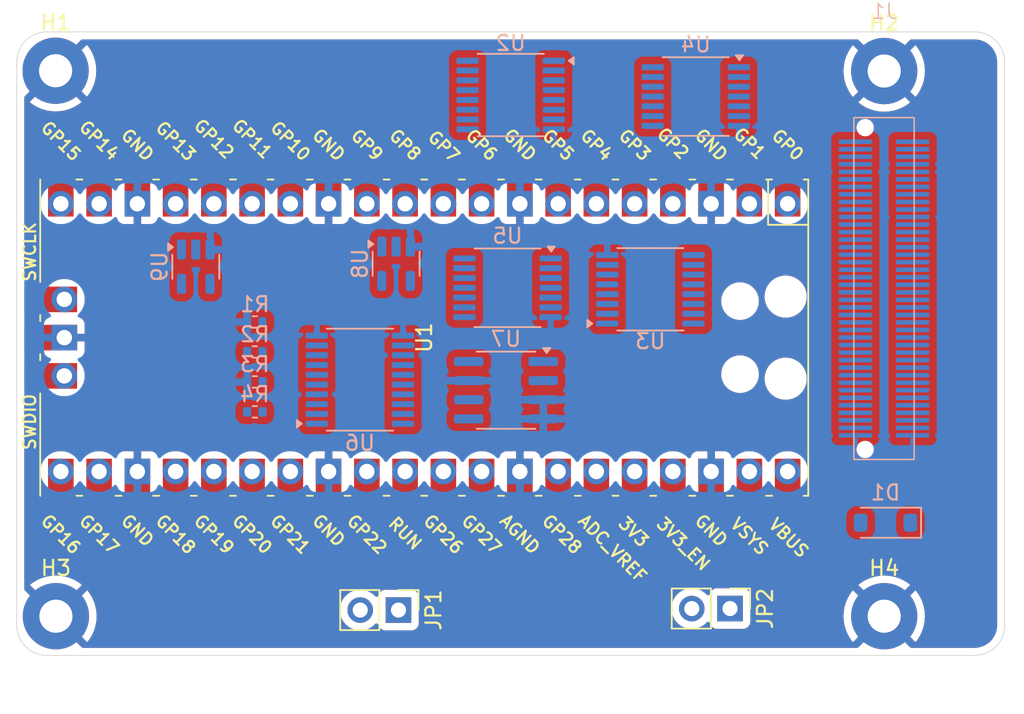
<source format=kicad_pcb>
(kicad_pcb (version 20240108) (generator "pcbnew") (generator_version "8.0")
  (layers (0 "F.Cu" signal) (31 "B.Cu" signal) (34 "B.Paste" user) (35 "F.Paste" user) (36 "B.SilkS" user "B.Silkscreen") (37 "F.SilkS" user "F.Silkscreen") (38 "B.Mask" user) (39 "F.Mask" user) (44 "Edge.Cuts" user))
  (net 0 "")
  (net 1 "GND")
  (net 2 "Net-(JP1-A)")
  (net 3 "RESET")
  (net 4 "+3V3")
  (net 5 "RUN")
  (net 6 "BUSOE")
  (net 7 "~{BUSOE}")
  (net 8 "A0")
  (net 9 "A3")
  (net 10 "AD3")
  (net 11 "ADS")
  (net 12 "AD0")
  (net 13 "AD2")
  (net 14 "D3")
  (net 15 "D1")
  (net 16 "A1")
  (net 17 "AD1")
  (net 18 "D0")
  (net 19 "D2")
  (net 20 "A2")
  (net 21 "A4")
  (net 22 "AD5")
  (net 23 "A5")
  (net 24 "AD6")
  (net 25 "D6")
  (net 26 "AD4")
  (net 27 "A7")
  (net 28 "D7")
  (net 29 "A6")
  (net 30 "D4")
  (net 31 "AD7")
  (net 32 "D5")
  (net 33 "~{RDACK}")
  (net 34 "Net-(U4-Pad4)")
  (net 35 "~{IOR}")
  (net 36 "~{IOW}")
  (net 37 "DACK")
  (net 38 "Net-(U4-Pad12)")
  (net 39 "Net-(U4-Pad6)")
  (net 40 "~{RIOR}")
  (net 41 "~{RIOW}")
  (net 42 "Net-(U5-Pad10)")
  (net 43 "Net-(U5-Pad11)")
  (net 44 "A9")
  (net 45 "A8")
  (net 46 "IRQ")
  (net 47 "RA9")
  (net 48 "RTC")
  (net 49 "RIRQ")
  (net 50 "DRQ")
  (net 52 "RDRQ")
  (net 54 "RA8")
  (net 56 "~{SPI_CS}")
  (net 57 "SPI_SCK")
  (net 58 "SPI_TX")
  (net 59 "SPI_RX")
  (net 60 "AEN")
  (net 61 "~{RI{slash}OCHRDY}")
  (net 62 "I{slash}OCHRDY")
  (net 67 "A15")
  (net 68 "+5V")
  (net 69 "A11")
  (net 70 "D8")
  (net 71 "D13")
  (net 72 "A10")
  (net 73 "A13")
  (net 74 "D9")
  (net 75 "A19")
  (net 76 "A12")
  (net 77 "A18")
  (net 78 "A14")
  (net 79 "A17")
  (net 80 "D15")
  (net 81 "D10")
  (net 82 "D14")
  (net 83 "D11")
  (net 84 "A16")
  (net 85 "D12")
  (net 86 "IRQ9")
  (net 87 "IRQ3")
  (net 88 "IRQ4")
  (net 89 "IRQ10")
  (net 90 "~{MEMR}")
  (net 91 "SYSCLK")
  (net 92 "~{MCS16}")
  (net 93 "OSC")
  (net 94 "GIO7")
  (net 95 "~{MEMW}")
  (net 96 "~{REFSH}")
  (net 97 "IRQ15")
  (net 98 "~{BHE}")
  (net 99 "GIO8")
  (net 100 "~{IOCS16}")
  (net 101 "ALE")
  (net 102 "IRQ11")
  (net 103 "GIO9")
  (net 104 "~{SMEMW}")
  (net 105 "~{SMEMR}")
  (net 106 "GIO5")
  (net 107 "GIO4")
  (net 108 "GIO6")
  (net 109 "GIO3")
  (net 110 "+3.3V")
  (net 111 "DIN")
  (net 112 "LRCK")
  (net 113 "BCK")
  (net 115 "UART_TX")
  (net 117 "/VSYS")
  (net 118 "Net-(JP2-A)")
  (footprint "MountingHole:MountingHole_2.2mm_M2_Pad" (layer "F.Cu") (at 173.013692 117.207099)
    (property "Reference" "H4" (at 0 -3.2 0) (layer "F.SilkS"))
    (property "Value" "~")
    (pad "1" thru_hole circle (at 0 0) (size 4.4 4.4) (drill 2.2) (layers "*.Cu" "*.Mask") (net 1 "GND"))
  )
  (footprint "PiGUS library:RPi_Pico_SMD_TH" (layer "F.Cu") (at 142.47 98.71 -90)
    (property "Reference" "U1" (at 0 0 90) (layer "F.SilkS"))
    (property "Value" "Pico")
    (fp_text user "GP26" (at 13.054 -1.27 135) (layer "F.SilkS") (effects (font (size 0.8 0.8))))
    (fp_text user "GND" (at -12.8 6.35 135) (layer "F.SilkS") (effects (font (size 0.8 0.8))))
    (fp_text user "GND" (at 12.8 19.05 135) (layer "F.SilkS") (effects (font (size 0.8 0.8))))
    (fp_text user "GP6" (at -12.8 -3.81 135) (layer "F.SilkS") (effects (font (size 0.8 0.8))))
    (fp_text user "GND" (at -12.8 -19.05 135) (layer "F.SilkS") (effects (font (size 0.8 0.8))))
    (fp_text user "GP11" (at -13.2 11.43 135) (layer "F.SilkS") (effects (font (size 0.8 0.8))))
    (fp_text user "GP10" (at -13.054 8.89 135) (layer "F.SilkS") (effects (font (size 0.8 0.8))))
    (fp_text user "GP14" (at -13.1 21.59 135) (layer "F.SilkS") (effects (font (size 0.8 0.8))))
    (fp_text user "GP18" (at 13.054 16.51 135) (layer "F.SilkS") (effects (font (size 0.8 0.8))))
    (fp_text user "GND" (at 12.8 6.35 135) (layer "F.SilkS") (effects (font (size 0.8 0.8))))
    (fp_text user "SWDIO" (at 5.6 26.2 90) (layer "F.SilkS") (effects (font (size 0.8 0.8))))
    (fp_text user "3V3_EN" (at 13.7 -17.2 135) (layer "F.SilkS") (effects (font (size 0.8 0.8))))
    (fp_text user "AGND" (at 13.054 -6.35 135) (layer "F.SilkS") (effects (font (size 0.8 0.8))))
    (fp_text user "GP4" (at -12.8 -11.43 135) (layer "F.SilkS") (effects (font (size 0.8 0.8))))
    (fp_text user "GP21" (at 13.054 8.9 135) (layer "F.SilkS") (effects (font (size 0.8 0.8))))
    (fp_text user "GND" (at -12.8 19.05 135) (layer "F.SilkS") (effects (font (size 0.8 0.8))))
    (fp_text user "GP20" (at 13.054 11.43 135) (layer "F.SilkS") (effects (font (size 0.8 0.8))))
    (fp_text user "GP27" (at 13.054 -3.8 135) (layer "F.SilkS") (effects (font (size 0.8 0.8))))
    (fp_text user "GP5" (at -12.8 -8.89 135) (layer "F.SilkS") (effects (font (size 0.8 0.8))))
    (fp_text user "GP22" (at 13.054 3.81 135) (layer "F.SilkS") (effects (font (size 0.8 0.8))))
    (fp_text user "GP28" (at 13.054 -9.144 135) (layer "F.SilkS") (effects (font (size 0.8 0.8))))
    (fp_text user "GP2" (at -12.9 -16.51 135) (layer "F.SilkS") (effects (font (size 0.8 0.8))))
    (fp_text user "GP1" (at -12.9 -21.6 135) (layer "F.SilkS") (effects (font (size 0.8 0.8))))
    (fp_text user "VBUS" (at 13.3 -24.2 135) (layer "F.SilkS") (effects (font (size 0.8 0.8))))
    (fp_text user "GP16" (at 13.054 24.13 135) (layer "F.SilkS") (effects (font (size 0.8 0.8))))
    (fp_text user "GP7" (at -12.7 -1.3 135) (layer "F.SilkS") (effects (font (size 0.8 0.8))))
    (fp_text user "GP3" (at -12.8 -13.97 135) (layer "F.SilkS") (effects (font (size 0.8 0.8))))
    (fp_text user "RUN" (at 13 1.27 135) (layer "F.SilkS") (effects (font (size 0.8 0.8))))
    (fp_text user "GP13" (at -13.054 16.51 135) (layer "F.SilkS") (effects (font (size 0.8 0.8))))
    (fp_text user "GP9" (at -12.8 3.81 135) (layer "F.SilkS") (effects (font (size 0.8 0.8))))
    (fp_text user "GP12" (at -13.2 13.97 135) (layer "F.SilkS") (effects (font (size 0.8 0.8))))
    (fp_text user "GP19" (at 13.054 13.97 135) (layer "F.SilkS") (effects (font (size 0.8 0.8))))
    (fp_text user "VSYS" (at 13.2 -21.59 135) (layer "F.SilkS") (effects (font (size 0.8 0.8))))
    (fp_text user "SWCLK" (at -5.7 26.2 90) (layer "F.SilkS") (effects (font (size 0.8 0.8))))
    (fp_text user "GND" (at -12.8 -6.35 135) (layer "F.SilkS") (effects (font (size 0.8 0.8))))
    (fp_text user "GP15" (at -13.054 24.13 135) (layer "F.SilkS") (effects (font (size 0.8 0.8))))
    (fp_text user "ADC_VREF" (at 14 -12.5 135) (layer "F.SilkS") (effects (font (size 0.8 0.8))))
    (fp_text user "GP8" (at -12.8 1.27 135) (layer "F.SilkS") (effects (font (size 0.8 0.8))))
    (fp_text user "3V3" (at 12.9 -13.9 135) (layer "F.SilkS") (effects (font (size 0.8 0.8))))
    (fp_text user "GP0" (at -12.8 -24.13 135) (layer "F.SilkS") (effects (font (size 0.8 0.8))))
    (fp_text user "GP17" (at 13.054 21.59 135) (layer "F.SilkS") (effects (font (size 0.8 0.8))))
    (fp_text user "GND" (at 12.8 -19.05 135) (layer "F.SilkS") (effects (font (size 0.8 0.8))))
    (pad "" np_thru_hole oval (at -2.725 -24 270) (size 1.8 1.8) (drill 1.8) (layers "*.Cu" "*.Mask"))
    (pad "" np_thru_hole oval (at -2.425 -20.97 270) (size 1.5 1.5) (drill 1.5) (layers "*.Cu" "*.Mask"))
    (pad "" np_thru_hole oval (at 2.425 -20.97 270) (size 1.5 1.5) (drill 1.5) (layers "*.Cu" "*.Mask"))
    (pad "" np_thru_hole oval (at 2.725 -24 270) (size 1.8 1.8) (drill 1.8) (layers "*.Cu" "*.Mask"))
    (pad "1" thru_hole oval (at -8.89 -24.13 270) (size 1.7 1.7) (drill 1.02) (layers "*.Cu" "*.Mask") (net 59 "SPI_RX"))
    (pad "1" smd rect (at -8.89 -24.13 270) (size 3.5 1.7) (drill (offset -0.9 0)) (layers "F.Cu" "F.Mask") (net 59 "SPI_RX"))
    (pad "2" thru_hole oval (at -8.89 -21.59 270) (size 1.7 1.7) (drill 1.02) (layers "*.Cu" "*.Mask") (net 56 "~{SPI_CS}"))
    (pad "2" smd rect (at -8.89 -21.59 270) (size 3.5 1.7) (drill (offset -0.9 0)) (layers "F.Cu" "F.Mask") (net 56 "~{SPI_CS}"))
    (pad "3" thru_hole rect (at -8.89 -19.05 270) (size 1.7 1.7) (drill 1.02) (layers "*.Cu" "*.Mask") (net 1 "GND"))
    (pad "3" smd rect (at -8.89 -19.05 270) (size 3.5 1.7) (drill (offset -0.9 0)) (layers "F.Cu" "F.Mask") (net 1 "GND"))
    (pad "4" thru_hole oval (at -8.89 -16.51 270) (size 1.7 1.7) (drill 1.02) (layers "*.Cu" "*.Mask") (net 57 "SPI_SCK"))
    (pad "4" smd rect (at -8.89 -16.51 270) (size 3.5 1.7) (drill (offset -0.9 0)) (layers "F.Cu" "F.Mask") (net 57 "SPI_SCK"))
    (pad "5" thru_hole oval (at -8.89 -13.97 270) (size 1.7 1.7) (drill 1.02) (layers "*.Cu" "*.Mask") (net 58 "SPI_TX"))
    (pad "5" smd rect (at -8.89 -13.97 270) (size 3.5 1.7) (drill (offset -0.9 0)) (layers "F.Cu" "F.Mask") (net 58 "SPI_TX"))
    (pad "6" thru_hole oval (at -8.89 -11.43 270) (size 1.7 1.7) (drill 1.02) (layers "*.Cu" "*.Mask") (net 41 "~{RIOW}"))
    (pad "6" smd rect (at -8.89 -11.43 270) (size 3.5 1.7) (drill (offset -0.9 0)) (layers "F.Cu" "F.Mask") (net 41 "~{RIOW}"))
    (pad "7" thru_hole oval (at -8.89 -8.89 270) (size 1.7 1.7) (drill 1.02) (layers "*.Cu" "*.Mask") (net 40 "~{RIOR}"))
    (pad "7" smd rect (at -8.89 -8.89 270) (size 3.5 1.7) (drill (offset -0.9 0)) (layers "F.Cu" "F.Mask") (net 40 "~{RIOR}"))
    (pad "8" thru_hole rect (at -8.89 -6.35 270) (size 1.7 1.7) (drill 1.02) (layers "*.Cu" "*.Mask") (net 1 "GND"))
    (pad "8" smd rect (at -8.89 -6.35 270) (size 3.5 1.7) (drill (offset -0.9 0)) (layers "F.Cu" "F.Mask") (net 1 "GND"))
    (pad "9" thru_hole oval (at -8.89 -3.81 270) (size 1.7 1.7) (drill 1.02) (layers "*.Cu" "*.Mask") (net 12 "AD0"))
    (pad "9" smd rect (at -8.89 -3.81 270) (size 3.5 1.7) (drill (offset -0.9 0)) (layers "F.Cu" "F.Mask") (net 12 "AD0"))
    (pad "10" thru_hole oval (at -8.89 -1.27 270) (size 1.7 1.7) (drill 1.02) (layers "*.Cu" "*.Mask") (net 17 "AD1"))
    (pad "10" smd rect (at -8.89 -1.27 270) (size 3.5 1.7) (drill (offset -0.9 0)) (layers "F.Cu" "F.Mask") (net 17 "AD1"))
    (pad "11" thru_hole oval (at -8.89 1.27 270) (size 1.7 1.7) (drill 1.02) (layers "*.Cu" "*.Mask") (net 13 "AD2"))
    (pad "11" smd rect (at -8.89 1.27 270) (size 3.5 1.7) (drill (offset -0.9 0)) (layers "F.Cu" "F.Mask") (net 13 "AD2"))
    (pad "12" thru_hole oval (at -8.89 3.81 270) (size 1.7 1.7) (drill 1.02) (layers "*.Cu" "*.Mask") (net 10 "AD3"))
    (pad "12" smd rect (at -8.89 3.81 270) (size 3.5 1.7) (drill (offset -0.9 0)) (layers "F.Cu" "F.Mask") (net 10 "AD3"))
    (pad "13" thru_hole rect (at -8.89 6.35 270) (size 1.7 1.7) (drill 1.02) (layers "*.Cu" "*.Mask") (net 1 "GND"))
    (pad "13" smd rect (at -8.89 6.35 270) (size 3.5 1.7) (drill (offset -0.9 0)) (layers "F.Cu" "F.Mask") (net 1 "GND"))
    (pad "14" thru_hole oval (at -8.89 8.89 270) (size 1.7 1.7) (drill 1.02) (layers "*.Cu" "*.Mask") (net 26 "AD4"))
    (pad "14" smd rect (at -8.89 8.89 270) (size 3.5 1.7) (drill (offset -0.9 0)) (layers "F.Cu" "F.Mask") (net 26 "AD4"))
    (pad "15" thru_hole oval (at -8.89 11.43 270) (size 1.7 1.7) (drill 1.02) (layers "*.Cu" "*.Mask") (net 22 "AD5"))
    (pad "15" smd rect (at -8.89 11.43 270) (size 3.5 1.7) (drill (offset -0.9 0)) (layers "F.Cu" "F.Mask") (net 22 "AD5"))
    (pad "16" thru_hole oval (at -8.89 13.97 270) (size 1.7 1.7) (drill 1.02) (layers "*.Cu" "*.Mask") (net 24 "AD6"))
    (pad "16" smd rect (at -8.89 13.97 270) (size 3.5 1.7) (drill (offset -0.9 0)) (layers "F.Cu" "F.Mask") (net 24 "AD6"))
    (pad "17" thru_hole oval (at -8.89 16.51 270) (size 1.7 1.7) (drill 1.02) (layers "*.Cu" "*.Mask") (net 31 "AD7"))
    (pad "17" smd rect (at -8.89 16.51 270) (size 3.5 1.7) (drill (offset -0.9 0)) (layers "F.Cu" "F.Mask") (net 31 "AD7"))
    (pad "18" thru_hole rect (at -8.89 19.05 270) (size 1.7 1.7) (drill 1.02) (layers "*.Cu" "*.Mask") (net 1 "GND"))
    (pad "18" smd rect (at -8.89 19.05 270) (size 3.5 1.7) (drill (offset -0.9 0)) (layers "F.Cu" "F.Mask") (net 1 "GND"))
    (pad "19" thru_hole oval (at -8.89 21.59 270) (size 1.7 1.7) (drill 1.02) (layers "*.Cu" "*.Mask") (net 54 "RA8"))
    (pad "19" smd rect (at -8.89 21.59 270) (size 3.5 1.7) (drill (offset -0.9 0)) (layers "F.Cu" "F.Mask") (net 54 "RA8"))
    (pad "20" thru_hole oval (at -8.89 24.13 270) (size 1.7 1.7) (drill 1.02) (layers "*.Cu" "*.Mask") (net 47 "RA9"))
    (pad "20" smd rect (at -8.89 24.13 270) (size 3.5 1.7) (drill (offset -0.9 0)) (layers "F.Cu" "F.Mask") (net 47 "RA9"))
    (pad "21" thru_hole oval (at 8.89 24.13 270) (size 1.7 1.7) (drill 1.02) (layers "*.Cu" "*.Mask") (net 111 "DIN"))
    (pad "21" smd rect (at 8.89 24.13 270) (size 3.5 1.7) (drill (offset 0.9 0)) (layers "F.Cu" "F.Mask") (net 111 "DIN"))
    (pad "22" thru_hole oval (at 8.89 21.59 270) (size 1.7 1.7) (drill 1.02) (layers "*.Cu" "*.Mask") (net 113 "BCK"))
    (pad "22" smd rect (at 8.89 21.59 270) (size 3.5 1.7) (drill (offset 0.9 0)) (layers "F.Cu" "F.Mask") (net 113 "BCK"))
    (pad "23" thru_hole rect (at 8.89 19.05 270) (size 1.7 1.7) (drill 1.02) (layers "*.Cu" "*.Mask") (net 1 "GND"))
    (pad "23" smd rect (at 8.89 19.05 270) (size 3.5 1.7) (drill (offset 0.9 0)) (layers "F.Cu" "F.Mask") (net 1 "GND"))
    (pad "24" thru_hole oval (at 8.89 16.51 270) (size 1.7 1.7) (drill 1.02) (layers "*.Cu" "*.Mask") (net 112 "LRCK"))
    (pad "24" smd rect (at 8.89 16.51 270) (size 3.5 1.7) (drill (offset 0.9 0)) (layers "F.Cu" "F.Mask") (net 112 "LRCK"))
    (pad "25" thru_hole oval (at 8.89 13.97 270) (size 1.7 1.7) (drill 1.02) (layers "*.Cu" "*.Mask") (net 33 "~{RDACK}"))
    (pad "25" smd rect (at 8.89 13.97 270) (size 3.5 1.7) (drill (offset 0.9 0)) (layers "F.Cu" "F.Mask") (net 33 "~{RDACK}"))
    (pad "26" thru_hole oval (at 8.89 11.43 270) (size 1.7 1.7) (drill 1.02) (layers "*.Cu" "*.Mask") (net 48 "RTC"))
    (pad "26" smd rect (at 8.89 11.43 270) (size 3.5 1.7) (drill (offset 0.9 0)) (layers "F.Cu" "F.Mask") (net 48 "RTC"))
    (pad "27" thru_hole oval (at 8.89 8.89 270) (size 1.7 1.7) (drill 1.02) (layers "*.Cu" "*.Mask") (net 49 "RIRQ"))
    (pad "27" smd rect (at 8.89 8.89 270) (size 3.5 1.7) (drill (offset 0.9 0)) (layers "F.Cu" "F.Mask") (net 49 "RIRQ"))
    (pad "28" thru_hole rect (at 8.89 6.35 270) (size 1.7 1.7) (drill 1.02) (layers "*.Cu" "*.Mask") (net 1 "GND"))
    (pad "28" smd rect (at 8.89 6.35 270) (size 3.5 1.7) (drill (offset 0.9 0)) (layers "F.Cu" "F.Mask") (net 1 "GND"))
    (pad "29" thru_hole oval (at 8.89 3.81 270) (size 1.7 1.7) (drill 1.02) (layers "*.Cu" "*.Mask") (net 52 "RDRQ"))
    (pad "29" smd rect (at 8.89 3.81 270) (size 3.5 1.7) (drill (offset 0.9 0)) (layers "F.Cu" "F.Mask") (net 52 "RDRQ"))
    (pad "30" thru_hole oval (at 8.89 1.27 270) (size 1.7 1.7) (drill 1.02) (layers "*.Cu" "*.Mask") (net 5 "RUN"))
    (pad "30" smd rect (at 8.89 1.27 270) (size 3.5 1.7) (drill (offset 0.9 0)) (layers "F.Cu" "F.Mask") (net 5 "RUN"))
    (pad "31" thru_hole oval (at 8.89 -1.27 270) (size 1.7 1.7) (drill 1.02) (layers "*.Cu" "*.Mask") (net 61 "~{RI{slash}OCHRDY}"))
    (pad "31" smd rect (at 8.89 -1.27 270) (size 3.5 1.7) (drill (offset 0.9 0)) (layers "F.Cu" "F.Mask") (net 61 "~{RI{slash}OCHRDY}"))
    (pad "32" thru_hole oval (at 8.89 -3.81 270) (size 1.7 1.7) (drill 1.02) (layers "*.Cu" "*.Mask") (net 11 "ADS"))
    (pad "32" smd rect (at 8.89 -3.81 270) (size 3.5 1.7) (drill (offset 0.9 0)) (layers "F.Cu" "F.Mask") (net 11 "ADS"))
    (pad "33" thru_hole rect (at 8.89 -6.35 270) (size 1.7 1.7) (drill 1.02) (layers "*.Cu" "*.Mask") (net 1 "GND"))
    (pad "33" smd rect (at 8.89 -6.35 270) (size 3.5 1.7) (drill (offset 0.9 0)) (layers "F.Cu" "F.Mask") (net 1 "GND"))
    (pad "34" thru_hole oval (at 8.89 -8.89 270) (size 1.7 1.7) (drill 1.02) (layers "*.Cu" "*.Mask") (net 115 "UART_TX"))
    (pad "34" smd rect (at 8.89 -8.89 270) (size 3.5 1.7) (drill (offset 0.9 0)) (layers "F.Cu" "F.Mask") (net 115 "UART_TX"))
    (pad "35" thru_hole oval (at 8.89 -11.43 270) (size 1.7 1.7) (drill 1.02) (layers "*.Cu" "*.Mask"))
    (pad "35" smd rect (at 8.89 -11.43 270) (size 3.5 1.7) (drill (offset 0.9 0)) (layers "F.Cu" "F.Mask"))
    (pad "36" thru_hole oval (at 8.89 -13.97 270) (size 1.7 1.7) (drill 1.02) (layers "*.Cu" "*.Mask") (net 110 "+3.3V"))
    (pad "36" smd rect (at 8.89 -13.97 270) (size 3.5 1.7) (drill (offset 0.9 0)) (layers "F.Cu" "F.Mask") (net 110 "+3.3V"))
    (pad "37" thru_hole oval (at 8.89 -16.51 270) (size 1.7 1.7) (drill 1.02) (layers "*.Cu" "*.Mask"))
    (pad "37" smd rect (at 8.89 -16.51 270) (size 3.5 1.7) (drill (offset 0.9 0)) (layers "F.Cu" "F.Mask"))
    (pad "38" thru_hole rect (at 8.89 -19.05 270) (size 1.7 1.7) (drill 1.02) (layers "*.Cu" "*.Mask") (net 1 "GND"))
    (pad "38" smd rect (at 8.89 -19.05 270) (size 3.5 1.7) (drill (offset 0.9 0)) (layers "F.Cu" "F.Mask") (net 1 "GND"))
    (pad "39" thru_hole oval (at 8.89 -21.59 270) (size 1.7 1.7) (drill 1.02) (layers "*.Cu" "*.Mask") (net 117 "/VSYS"))
    (pad "39" smd rect (at 8.89 -21.59 270) (size 3.5 1.7) (drill (offset 0.9 0)) (layers "F.Cu" "F.Mask") (net 117 "/VSYS"))
    (pad "40" thru_hole oval (at 8.89 -24.13 270) (size 1.7 1.7) (drill 1.02) (layers "*.Cu" "*.Mask") (net 118 "Net-(JP2-A)"))
    (pad "40" smd rect (at 8.89 -24.13 270) (size 3.5 1.7) (drill (offset 0.9 0)) (layers "F.Cu" "F.Mask") (net 118 "Net-(JP2-A)"))
    (pad "41" thru_hole oval (at -2.54 23.9 270) (size 1.7 1.7) (drill 1.02) (layers "*.Cu" "*.Mask"))
    (pad "41" smd rect (at -2.54 23.9) (size 3.5 1.7) (drill (offset -0.9 0)) (layers "F.Cu" "F.Mask"))
    (pad "42" thru_hole rect (at 0 23.9 270) (size 1.7 1.7) (drill 1.02) (layers "*.Cu" "*.Mask") (net 1 "GND"))
    (pad "42" smd rect (at 0 23.9) (size 3.5 1.7) (drill (offset -0.9 0)) (layers "F.Cu" "F.Mask") (net 1 "GND"))
    (pad "43" thru_hole oval (at 2.54 23.9 270) (size 1.7 1.7) (drill 1.02) (layers "*.Cu" "*.Mask"))
    (pad "43" smd rect (at 2.54 23.9) (size 3.5 1.7) (drill (offset -0.9 0)) (layers "F.Cu" "F.Mask"))
  )
  (footprint "MountingHole:MountingHole_2.2mm_M2_Pad" (layer "F.Cu") (at 173.013692 81.007099)
    (property "Reference" "H2" (at 0 -3.2 0) (layer "F.SilkS"))
    (property "Value" "~")
    (pad "1" thru_hole circle (at 0 0) (size 4.4 4.4) (drill 2.2) (layers "*.Cu" "*.Mask") (net 1 "GND"))
  )
  (footprint "Connector_PinHeader_2.54mm:PinHeader_1x02_P2.54mm_Vertical" (layer "F.Cu") (at 140.76 116.8 -90)
    (property "Reference" "JP1" (at 0 -2.33 90) (layer "F.SilkS"))
    (property "Value" "Jumper_2_Bridged")
    (pad "1" thru_hole rect (at 0 0 270) (size 1.7 1.7) (drill 1) (layers "*.Cu" "*.Mask") (net 2 "Net-(JP1-A)"))
    (pad "2" thru_hole oval (at 0 2.54 270) (size 1.7 1.7) (drill 1) (layers "*.Cu" "*.Mask") (net 3 "RESET"))
  )
  (footprint "MountingHole:MountingHole_2.2mm_M2_Pad" (layer "F.Cu") (at 118.013692 117.207099)
    (property "Reference" "H3" (at 0 -3.2 0) (layer "F.SilkS"))
    (property "Value" "~")
    (pad "1" thru_hole circle (at 0 0) (size 4.4 4.4) (drill 2.2) (layers "*.Cu" "*.Mask") (net 1 "GND"))
  )
  (footprint "Connector_PinHeader_2.54mm:PinHeader_1x02_P2.54mm_Vertical" (layer "F.Cu") (at 162.775 116.7 -90)
    (property "Reference" "JP2" (at 0 -2.33 90) (layer "F.SilkS"))
    (property "Value" "USB Power")
    (pad "1" thru_hole rect (at 0 0 270) (size 1.7 1.7) (drill 1) (layers "*.Cu" "*.Mask") (net 118 "Net-(JP2-A)"))
    (pad "2" thru_hole oval (at 0 2.54 270) (size 1.7 1.7) (drill 1) (layers "*.Cu" "*.Mask") (net 117 "/VSYS"))
  )
  (footprint "MountingHole:MountingHole_2.2mm_M2_Pad" (layer "F.Cu") (at 117.992127 80.986168)
    (property "Reference" "H1" (at 0 -3.2 0) (layer "F.SilkS"))
    (property "Value" "~")
    (pad "1" thru_hole circle (at 0 0) (size 4.4 4.4) (drill 2.2) (layers "*.Cu" "*.Mask") (net 1 "GND"))
  )
  (footprint "Package_SO:TSSOP-16_4.4x5mm_P0.65mm" (layer "B.Cu") (at 148.2125 82.6 180)
    (property "Reference" "U2" (at 0 3.45 180) (layer "B.SilkS") (effects (justify mirror)))
    (property "Value" "SN74CB3T3257")
    (pad "1" smd roundrect (at -2.8625 2.275 180) (size 1.475 0.4) (layers "B.Cu" "B.Paste" "B.Mask") (net 11 "ADS"))
    (pad "2" smd roundrect (at -2.8625 1.625 180) (size 1.475 0.4) (layers "B.Cu" "B.Paste" "B.Mask") (net 8 "A0"))
    (pad "3" smd roundrect (at -2.8625 0.975 180) (size 1.475 0.4) (layers "B.Cu" "B.Paste" "B.Mask") (net 18 "D0"))
    (pad "4" smd roundrect (at -2.8625 0.325 180) (size 1.475 0.4) (layers "B.Cu" "B.Paste" "B.Mask") (net 12 "AD0"))
    (pad "5" smd roundrect (at -2.8625 -0.325 180) (size 1.475 0.4) (layers "B.Cu" "B.Paste" "B.Mask") (net 16 "A1"))
    (pad "6" smd roundrect (at -2.8625 -0.975 180) (size 1.475 0.4) (layers "B.Cu" "B.Paste" "B.Mask") (net 15 "D1"))
    (pad "7" smd roundrect (at -2.8625 -1.625 180) (size 1.475 0.4) (layers "B.Cu" "B.Paste" "B.Mask") (net 17 "AD1"))
    (pad "8" smd roundrect (at -2.8625 -2.275 180) (size 1.475 0.4) (layers "B.Cu" "B.Paste" "B.Mask") (net 1 "GND"))
    (pad "9" smd roundrect (at 2.8625 -2.275 180) (size 1.475 0.4) (layers "B.Cu" "B.Paste" "B.Mask") (net 10 "AD3"))
    (pad "10" smd roundrect (at 2.8625 -1.625 180) (size 1.475 0.4) (layers "B.Cu" "B.Paste" "B.Mask") (net 14 "D3"))
    (pad "11" smd roundrect (at 2.8625 -0.975 180) (size 1.475 0.4) (layers "B.Cu" "B.Paste" "B.Mask") (net 9 "A3"))
    (pad "12" smd roundrect (at 2.8625 -0.325 180) (size 1.475 0.4) (layers "B.Cu" "B.Paste" "B.Mask") (net 13 "AD2"))
    (pad "13" smd roundrect (at 2.8625 0.325 180) (size 1.475 0.4) (layers "B.Cu" "B.Paste" "B.Mask") (net 19 "D2"))
    (pad "14" smd roundrect (at 2.8625 0.975 180) (size 1.475 0.4) (layers "B.Cu" "B.Paste" "B.Mask") (net 20 "A2"))
    (pad "15" smd roundrect (at 2.8625 1.625 180) (size 1.475 0.4) (layers "B.Cu" "B.Paste" "B.Mask") (net 7 "~{BUSOE}"))
    (pad "16" smd roundrect (at 2.8625 2.275 180) (size 1.475 0.4) (layers "B.Cu" "B.Paste" "B.Mask") (net 4 "+3V3"))
  )
  (footprint "Resistor_SMD:R_0402_1005Metric" (layer "B.Cu") (at 131.22 99.66 180)
    (property "Reference" "R2" (at 0 1.17 180) (layer "B.SilkS") (effects (justify mirror)))
    (property "Value" "1K")
    (pad "1" smd roundrect (at -0.51 0 180) (size 0.54 0.64) (layers "B.Cu" "B.Paste" "B.Mask") (net 5 "RUN"))
    (pad "2" smd roundrect (at 0.51 0 180) (size 0.54 0.64) (layers "B.Cu" "B.Paste" "B.Mask") (net 4 "+3V3"))
  )
  (footprint "Diode_SMD:D_SOD-123" (layer "B.Cu") (at 173.1 111 180)
    (property "Reference" "D1" (at 0 2 180) (layer "B.SilkS") (effects (justify mirror)))
    (property "Value" "1A 20V Schottky")
    (pad "1" smd roundrect (at -1.65 0 180) (size 0.9 1.2) (layers "B.Cu" "B.Paste" "B.Mask") (net 117 "/VSYS"))
    (pad "2" smd roundrect (at 1.65 0 180) (size 0.9 1.2) (layers "B.Cu" "B.Paste" "B.Mask") (net 68 "+5V"))
  )
  (footprint "Resistor_SMD:R_0402_1005Metric" (layer "B.Cu") (at 131.22 97.67 180)
    (property "Reference" "R1" (at 0 1.17 180) (layer "B.SilkS") (effects (justify mirror)))
    (property "Value" "10K")
    (pad "1" smd roundrect (at -0.51 0 180) (size 0.54 0.64) (layers "B.Cu" "B.Paste" "B.Mask") (net 2 "Net-(JP1-A)"))
    (pad "2" smd roundrect (at 0.51 0 180) (size 0.54 0.64) (layers "B.Cu" "B.Paste" "B.Mask") (net 1 "GND"))
  )
  (footprint "Package_SO:TSSOP-16_4.4x5mm_P0.65mm" (layer "B.Cu") (at 157.4875 95.5)
    (property "Reference" "U3" (at 0 3.45 360) (layer "B.SilkS") (effects (justify mirror)))
    (property "Value" "SN74CB3T3257")
    (pad "1" smd roundrect (at -2.8625 2.275) (size 1.475 0.4) (layers "B.Cu" "B.Paste" "B.Mask") (net 11 "ADS"))
    (pad "2" smd roundrect (at -2.8625 1.625) (size 1.475 0.4) (layers "B.Cu" "B.Paste" "B.Mask") (net 21 "A4"))
    (pad "3" smd roundrect (at -2.8625 0.975) (size 1.475 0.4) (layers "B.Cu" "B.Paste" "B.Mask") (net 30 "D4"))
    (pad "4" smd roundrect (at -2.8625 0.325) (size 1.475 0.4) (layers "B.Cu" "B.Paste" "B.Mask") (net 26 "AD4"))
    (pad "5" smd roundrect (at -2.8625 -0.325) (size 1.475 0.4) (layers "B.Cu" "B.Paste" "B.Mask") (net 23 "A5"))
    (pad "6" smd roundrect (at -2.8625 -0.975) (size 1.475 0.4) (layers "B.Cu" "B.Paste" "B.Mask") (net 32 "D5"))
    (pad "7" smd roundrect (at -2.8625 -1.625) (size 1.475 0.4) (layers "B.Cu" "B.Paste" "B.Mask") (net 22 "AD5"))
    (pad "8" smd roundrect (at -2.8625 -2.275) (size 1.475 0.4) (layers "B.Cu" "B.Paste" "B.Mask") (net 1 "GND"))
    (pad "9" smd roundrect (at 2.8625 -2.275) (size 1.475 0.4) (layers "B.Cu" "B.Paste" "B.Mask") (net 31 "AD7"))
    (pad "10" smd roundrect (at 2.8625 -1.625) (size 1.475 0.4) (layers "B.Cu" "B.Paste" "B.Mask") (net 28 "D7"))
    (pad "11" smd roundrect (at 2.8625 -0.975) (size 1.475 0.4) (layers "B.Cu" "B.Paste" "B.Mask") (net 27 "A7"))
    (pad "12" smd roundrect (at 2.8625 -0.325) (size 1.475 0.4) (layers "B.Cu" "B.Paste" "B.Mask") (net 24 "AD6"))
    (pad "13" smd roundrect (at 2.8625 0.325) (size 1.475 0.4) (layers "B.Cu" "B.Paste" "B.Mask") (net 25 "D6"))
    (pad "14" smd roundrect (at 2.8625 0.975) (size 1.475 0.4) (layers "B.Cu" "B.Paste" "B.Mask") (net 29 "A6"))
    (pad "15" smd roundrect (at 2.8625 1.625) (size 1.475 0.4) (layers "B.Cu" "B.Paste" "B.Mask") (net 7 "~{BUSOE}"))
    (pad "16" smd roundrect (at 2.8625 2.275) (size 1.475 0.4) (layers "B.Cu" "B.Paste" "B.Mask") (net 4 "+3V3"))
  )
  (footprint "Resistor_SMD:R_0402_1005Metric" (layer "B.Cu") (at 131.22 103.64 180)
    (property "Reference" "R4" (at 0 1.17 180) (layer "B.SilkS") (effects (justify mirror)))
    (property "Value" "10K")
    (pad "1" smd roundrect (at -0.51 0 180) (size 0.54 0.64) (layers "B.Cu" "B.Paste" "B.Mask") (net 4 "+3V3"))
    (pad "2" smd roundrect (at 0.51 0 180) (size 0.54 0.64) (layers "B.Cu" "B.Paste" "B.Mask") (net 7 "~{BUSOE}"))
  )
  (footprint "Package_SO:TSSOP-14_4.4x5mm_P0.65mm" (layer "B.Cu") (at 160.5 82.7 180)
    (property "Reference" "U4" (at 0 3.45 180) (layer "B.SilkS") (effects (justify mirror)))
    (property "Value" "74AHC14")
    (pad "1" smd roundrect (at -2.8625 1.95 180) (size 1.475 0.4) (layers "B.Cu" "B.Paste" "B.Mask") (net 6 "BUSOE"))
    (pad "2" smd roundrect (at -2.8625 1.3 180) (size 1.475 0.4) (layers "B.Cu" "B.Paste" "B.Mask") (net 7 "~{BUSOE}"))
    (pad "3" smd roundrect (at -2.8625 0.65 180) (size 1.475 0.4) (layers "B.Cu" "B.Paste" "B.Mask") (net 35 "~{IOR}"))
    (pad "4" smd roundrect (at -2.8625 0 180) (size 1.475 0.4) (layers "B.Cu" "B.Paste" "B.Mask") (net 34 "Net-(U4-Pad4)"))
    (pad "5" smd roundrect (at -2.8625 -0.65 180) (size 1.475 0.4) (layers "B.Cu" "B.Paste" "B.Mask") (net 36 "~{IOW}"))
    (pad "6" smd roundrect (at -2.8625 -1.3 180) (size 1.475 0.4) (layers "B.Cu" "B.Paste" "B.Mask") (net 39 "Net-(U4-Pad6)"))
    (pad "7" smd roundrect (at -2.8625 -1.95 180) (size 1.475 0.4) (layers "B.Cu" "B.Paste" "B.Mask") (net 1 "GND"))
    (pad "8" smd roundrect (at 2.8625 -1.95 180) (size 1.475 0.4) (layers "B.Cu" "B.Paste" "B.Mask") (net 5 "RUN"))
    (pad "9" smd roundrect (at 2.8625 -1.3 180) (size 1.475 0.4) (layers "B.Cu" "B.Paste" "B.Mask") (net 2 "Net-(JP1-A)"))
    (pad "10" smd roundrect (at 2.8625 -0.65 180) (size 1.475 0.4) (layers "B.Cu" "B.Paste" "B.Mask") (net 33 "~{RDACK}"))
    (pad "11" smd roundrect (at 2.8625 0 180) (size 1.475 0.4) (layers "B.Cu" "B.Paste" "B.Mask") (net 37 "DACK"))
    (pad "12" smd roundrect (at 2.8625 0.65 180) (size 1.475 0.4) (layers "B.Cu" "B.Paste" "B.Mask") (net 38 "Net-(U4-Pad12)"))
    (pad "13" smd roundrect (at 2.8625 1.3 180) (size 1.475 0.4) (layers "B.Cu" "B.Paste" "B.Mask") (net 11 "ADS"))
    (pad "14" smd roundrect (at 2.8625 1.95 180) (size 1.475 0.4) (layers "B.Cu" "B.Paste" "B.Mask") (net 4 "+3V3"))
  )
  (footprint "Library:XKB Male 80P 0.5P" (layer "B.Cu") (at 175 84.2 180)
    (property "Reference" "J1" (at 2 7.15 0) (layer "B.SilkS") (effects (font (thickness 0.1)) (justify mirror)))
    (property "Value" "Conn_02x40_Odd_Even")
    (pad "" np_thru_hole circle (at 3.25 -21.94 180) (size 0.65 0.65) (drill 0.65) (layers "F&B.Cu" "*.Mask"))
    (pad "" np_thru_hole circle (at 3.25 -0.56 180) (size 0.65 0.65) (drill 0.65) (layers "F&B.Cu" "*.Mask"))
    (pad "1" smd rect (at 3.9 -21 180) (size 2.2 0.3) (layers "B.Cu" "B.Paste" "B.Mask") (net 1 "GND"))
    (pad "2" smd rect (at 0.1 -21 180) (size 2.2 0.3) (layers "B.Cu" "B.Paste" "B.Mask") (net 1 "GND"))
    (pad "3" smd rect (at 3.9 -20.5 180) (size 2.2 0.3) (layers "B.Cu" "B.Paste" "B.Mask") (net 80 "D15"))
    (pad "4" smd rect (at 0.1 -20.5 180) (size 2.2 0.3) (layers "B.Cu" "B.Paste" "B.Mask") (net 28 "D7"))
    (pad "5" smd rect (at 3.9 -20 180) (size 2.2 0.3) (layers "B.Cu" "B.Paste" "B.Mask") (net 82 "D14"))
    (pad "6" smd rect (at 0.1 -20 180) (size 2.2 0.3) (layers "B.Cu" "B.Paste" "B.Mask") (net 25 "D6"))
    (pad "7" smd rect (at 3.9 -19.5 180) (size 2.2 0.3) (layers "B.Cu" "B.Paste" "B.Mask") (net 71 "D13"))
    (pad "8" smd rect (at 0.1 -19.5 180) (size 2.2 0.3) (layers "B.Cu" "B.Paste" "B.Mask") (net 32 "D5"))
    (pad "9" smd rect (at 3.9 -19 180) (size 2.2 0.3) (layers "B.Cu" "B.Paste" "B.Mask") (net 85 "D12"))
    (pad "10" smd rect (at 0.1 -19 180) (size 2.2 0.3) (layers "B.Cu" "B.Paste" "B.Mask") (net 30 "D4"))
    (pad "11" smd rect (at 3.9 -18.5 180) (size 2.2 0.3) (layers "B.Cu" "B.Paste" "B.Mask") (net 83 "D11"))
    (pad "12" smd rect (at 0.1 -18.5 180) (size 2.2 0.3) (layers "B.Cu" "B.Paste" "B.Mask") (net 14 "D3"))
    (pad "13" smd rect (at 3.9 -18 180) (size 2.2 0.3) (layers "B.Cu" "B.Paste" "B.Mask") (net 81 "D10"))
    (pad "14" smd rect (at 0.1 -18 180) (size 2.2 0.3) (layers "B.Cu" "B.Paste" "B.Mask") (net 19 "D2"))
    (pad "15" smd rect (at 3.9 -17.5 180) (size 2.2 0.3) (layers "B.Cu" "B.Paste" "B.Mask") (net 74 "D9"))
    (pad "16" smd rect (at 0.1 -17.5 180) (size 2.2 0.3) (layers "B.Cu" "B.Paste" "B.Mask") (net 15 "D1"))
    (pad "17" smd rect (at 3.9 -17 180) (size 2.2 0.3) (layers "B.Cu" "B.Paste" "B.Mask") (net 70 "D8"))
    (pad "18" smd rect (at 0.1 -17 180) (size 2.2 0.3) (layers "B.Cu" "B.Paste" "B.Mask") (net 18 "D0"))
    (pad "19" smd rect (at 3.9 -16.5 180) (size 2.2 0.3) (layers "B.Cu" "B.Paste" "B.Mask") (net 86 "IRQ9"))
    (pad "20" smd rect (at 0.1 -16.5 180) (size 2.2 0.3) (layers "B.Cu" "B.Paste" "B.Mask") (net 75 "A19"))
    (pad "21" smd rect (at 3.9 -16 180) (size 2.2 0.3) (layers "B.Cu" "B.Paste" "B.Mask") (net 87 "IRQ3"))
    (pad "22" smd rect (at 0.1 -16 180) (size 2.2 0.3) (layers "B.Cu" "B.Paste" "B.Mask") (net 77 "A18"))
    (pad "23" smd rect (at 3.9 -15.5 180) (size 2.2 0.3) (layers "B.Cu" "B.Paste" "B.Mask") (net 88 "IRQ4"))
    (pad "24" smd rect (at 0.1 -15.5 180) (size 2.2 0.3) (layers "B.Cu" "B.Paste" "B.Mask") (net 79 "A17"))
    (pad "25" smd rect (at 3.9 -15 180) (size 2.2 0.3) (layers "B.Cu" "B.Paste" "B.Mask") (net 46 "IRQ"))
    (pad "26" smd rect (at 0.1 -15 180) (size 2.2 0.3) (layers "B.Cu" "B.Paste" "B.Mask") (net 84 "A16"))
    (pad "27" smd rect (at 3.9 -14.5 180) (size 2.2 0.3) (layers "B.Cu" "B.Paste" "B.Mask") (net 89 "IRQ10"))
    (pad "28" smd rect (at 0.1 -14.5 180) (size 2.2 0.3) (layers "B.Cu" "B.Paste" "B.Mask") (net 67 "A15"))
    (pad "29" smd rect (at 3.9 -14 180) (size 2.2 0.3) (layers "B.Cu" "B.Paste" "B.Mask") (net 102 "IRQ11"))
    (pad "30" smd rect (at 0.1 -14 180) (size 2.2 0.3) (layers "B.Cu" "B.Paste" "B.Mask") (net 78 "A14"))
    (pad "31" smd rect (at 3.9 -13.5 180) (size 2.2 0.3) (layers "B.Cu" "B.Paste" "B.Mask") (net 97 "IRQ15"))
    (pad "32" smd rect (at 0.1 -13.5 180) (size 2.2 0.3) (layers "B.Cu" "B.Paste" "B.Mask") (net 73 "A13"))
    (pad "33" smd rect (at 3.9 -13 180) (size 2.2 0.3) (layers "B.Cu" "B.Paste" "B.Mask") (net 100 "~{IOCS16}"))
    (pad "34" smd rect (at 0.1 -13 180) (size 2.2 0.3) (layers "B.Cu" "B.Paste" "B.Mask") (net 76 "A12"))
    (pad "35" smd rect (at 3.9 -12.5 180) (size 2.2 0.3) (layers "B.Cu" "B.Paste" "B.Mask") (net 92 "~{MCS16}"))
    (pad "36" smd rect (at 0.1 -12.5 180) (size 2.2 0.3) (layers "B.Cu" "B.Paste" "B.Mask") (net 69 "A11"))
    (pad "37" smd rect (at 3.9 -12 180) (size 2.2 0.3) (layers "B.Cu" "B.Paste" "B.Mask") (net 95 "~{MEMW}"))
    (pad "38" smd rect (at 0.1 -12 180) (size 2.2 0.3) (layers "B.Cu" "B.Paste" "B.Mask") (net 72 "A10"))
    (pad "39" smd rect (at 3.9 -11.5 180) (size 2.2 0.3) (layers "B.Cu" "B.Paste" "B.Mask") (net 90 "~{MEMR}"))
    (pad "40" smd rect (at 0.1 -11.5 180) (size 2.2 0.3) (layers "B.Cu" "B.Paste" "B.Mask") (net 44 "A9"))
    (pad "41" smd rect (at 3.9 -11 180) (size 2.2 0.3) (layers "B.Cu" "B.Paste" "B.Mask") (net 98 "~{BHE}"))
    (pad "42" smd rect (at 0.1 -11 180) (size 2.2 0.3) (layers "B.Cu" "B.Paste" "B.Mask") (net 45 "A8"))
    (pad "43" smd rect (at 3.9 -10.5 180) (size 2.2 0.3) (layers "B.Cu" "B.Paste" "B.Mask") (net 60 "AEN"))
    (pad "44" smd rect (at 0.1 -10.5 180) (size 2.2 0.3) (layers "B.Cu" "B.Paste" "B.Mask") (net 27 "A7"))
    (pad "45" smd rect (at 3.9 -10 180) (size 2.2 0.3) (layers "B.Cu" "B.Paste" "B.Mask") (net 62 "I{slash}OCHRDY"))
    (pad "46" smd rect (at 0.1 -10 180) (size 2.2 0.3) (layers "B.Cu" "B.Paste" "B.Mask") (net 29 "A6"))
    (pad "47" smd rect (at 3.9 -9.5 180) (size 2.2 0.3) (layers "B.Cu" "B.Paste" "B.Mask") (net 93 "OSC"))
    (pad "48" smd rect (at 0.1 -9.5 180) (size 2.2 0.3) (layers "B.Cu" "B.Paste" "B.Mask") (net 23 "A5"))
    (pad "49" smd rect (at 3.9 -9 180) (size 2.2 0.3) (layers "B.Cu" "B.Paste" "B.Mask") (net 101 "ALE"))
    (pad "50" smd rect (at 0.1 -9 180) (size 2.2 0.3) (layers "B.Cu" "B.Paste" "B.Mask") (net 21 "A4"))
    (pad "51" smd rect (at 3.9 -8.5 180) (size 2.2 0.3) (layers "B.Cu" "B.Paste" "B.Mask") (net 91 "SYSCLK"))
    (pad "52" smd rect (at 0.1 -8.5 180) (size 2.2 0.3) (layers "B.Cu" "B.Paste" "B.Mask") (net 9 "A3"))
    (pad "53" smd rect (at 3.9 -8 180) (size 2.2 0.3) (layers "B.Cu" "B.Paste" "B.Mask") (net 96 "~{REFSH}"))
    (pad "54" smd rect (at 0.1 -8 180) (size 2.2 0.3) (layers "B.Cu" "B.Paste" "B.Mask") (net 20 "A2"))
    (pad "55" smd rect (at 3.9 -7.5 180) (size 2.2 0.3) (layers "B.Cu" "B.Paste" "B.Mask") (net 35 "~{IOR}"))
    (pad "56" smd rect (at 0.1 -7.5 180) (size 2.2 0.3) (layers "B.Cu" "B.Paste" "B.Mask") (net 16 "A1"))
    (pad "57" smd rect (at 3.9 -7 180) (size 2.2 0.3) (layers "B.Cu" "B.Paste" "B.Mask") (net 36 "~{IOW}"))
    (pad "58" smd rect (at 0.1 -7 180) (size 2.2 0.3) (layers "B.Cu" "B.Paste" "B.Mask") (net 8 "A0"))
    (pad "59" smd rect (at 3.9 -6.5 180) (size 2.2 0.3) (layers "B.Cu" "B.Paste" "B.Mask") (net 105 "~{SMEMR}"))
    (pad "60" smd rect (at 0.1 -6.5 180) (size 2.2 0.3) (layers "B.Cu" "B.Paste" "B.Mask") (net 1 "GND"))
    (pad "61" smd rect (at 3.9 -6 180) (size 2.2 0.3) (layers "B.Cu" "B.Paste" "B.Mask") (net 104 "~{SMEMW}"))
    (pad "62" smd rect (at 0.1 -6 180) (size 2.2 0.3) (layers "B.Cu" "B.Paste" "B.Mask") (net 103 "GIO9"))
    (pad "63" smd rect (at 3.9 -5.5 180) (size 2.2 0.3) (layers "B.Cu" "B.Paste" "B.Mask") (net 3 "RESET"))
    (pad "64" smd rect (at 0.1 -5.5 180) (size 2.2 0.3) (layers "B.Cu" "B.Paste" "B.Mask") (net 99 "GIO8"))
    (pad "65" smd rect (at 3.9 -5 180) (size 2.2 0.3) (layers "B.Cu" "B.Paste" "B.Mask") (net 68 "+5V"))
    (pad "66" smd rect (at 0.1 -5 180) (size 2.2 0.3) (layers "B.Cu" "B.Paste" "B.Mask") (net 68 "+5V"))
    (pad "67" smd rect (at 3.9 -4.5 180) (size 2.2 0.3) (layers "B.Cu" "B.Paste" "B.Mask") (net 68 "+5V"))
    (pad "68" smd rect (at 0.1 -4.5 180) (size 2.2 0.3) (layers "B.Cu" "B.Paste" "B.Mask") (net 68 "+5V"))
    (pad "69" smd rect (at 3.9 -4 180) (size 2.2 0.3) (layers "B.Cu" "B.Paste" "B.Mask") (net 68 "+5V"))
    (pad "70" smd rect (at 0.1 -4 180) (size 2.2 0.3) (layers "B.Cu" "B.Paste" "B.Mask") (net 68 "+5V"))
    (pad "71" smd rect (at 3.9 -3.5 180) (size 2.2 0.3) (layers "B.Cu" "B.Paste" "B.Mask") (net 1 "GND"))
    (pad "72" smd rect (at 0.1 -3.5 180) (size 2.2 0.3) (layers "B.Cu" "B.Paste" "B.Mask") (net 1 "GND"))
    (pad "73" smd rect (at 3.9 -3 180) (size 2.2 0.3) (layers "B.Cu" "B.Paste" "B.Mask") (net 94 "GIO7"))
    (pad "74" smd rect (at 0.1 -3 180) (size 2.2 0.3) (layers "B.Cu" "B.Paste" "B.Mask") (net 1 "GND"))
    (pad "75" smd rect (at 3.9 -2.5 180) (size 2.2 0.3) (layers "B.Cu" "B.Paste" "B.Mask") (net 106 "GIO5"))
    (pad "76" smd rect (at 0.1 -2.5 180) (size 2.2 0.3) (layers "B.Cu" "B.Paste" "B.Mask") (net 108 "GIO6"))
    (pad "77" smd rect (at 3.9 -2 180) (size 2.2 0.3) (layers "B.Cu" "B.Paste" "B.Mask") (net 109 "GIO3"))
    (pad "78" smd rect (at 0.1 -2 180) (size 2.2 0.3) (layers "B.Cu" "B.Paste" "B.Mask") (net 107 "GIO4"))
    (pad "79" smd rect (at 3.9 -1.5 180) (size 2.2 0.3) (layers "B.Cu" "B.Paste" "B.Mask") (net 50 "DRQ"))
    (pad "80" smd rect (at 0.1 -1.5 180) (size 2.2 0.3) (layers "B.Cu" "B.Paste" "B.Mask") (net 37 "DACK"))
  )
  (footprint "Resistor_SMD:R_0402_1005Metric" (layer "B.Cu") (at 131.22 101.65 180)
    (property "Reference" "R3" (at 0 1.17 180) (layer "B.SilkS") (effects (justify mirror)))
    (property "Value" "10K")
    (pad "1" smd roundrect (at -0.51 0 180) (size 0.54 0.64) (layers "B.Cu" "B.Paste" "B.Mask") (net 6 "BUSOE"))
    (pad "2" smd roundrect (at 0.51 0 180) (size 0.54 0.64) (layers "B.Cu" "B.Paste" "B.Mask") (net 1 "GND"))
  )
  (footprint "Package_TO_SOT_SMD:SOT-23-5" (layer "B.Cu") (at 140.6 93.8 -90)
    (property "Reference" "U8" (at 0 2.4 90) (layer "B.SilkS") (effects (justify mirror)))
    (property "Value" "74LVC1G00")
    (pad "1" smd roundrect (at -1.1375 0.95 270) (size 1.325 0.6) (layers "B.Cu" "B.Paste" "B.Mask") (net 60 "AEN"))
    (pad "2" smd roundrect (at -1.1375 0 270) (size 1.325 0.6) (layers "B.Cu" "B.Paste" "B.Mask") (net 37 "DACK"))
    (pad "3" smd roundrect (at -1.1375 -0.95 270) (size 1.325 0.6) (layers "B.Cu" "B.Paste" "B.Mask") (net 1 "GND"))
    (pad "4" smd roundrect (at 1.1375 -0.95 270) (size 1.325 0.6) (layers "B.Cu" "B.Paste" "B.Mask") (net 42 "Net-(U5-Pad10)"))
    (pad "5" smd roundrect (at 1.1375 0.95 270) (size 1.325 0.6) (layers "B.Cu" "B.Paste" "B.Mask") (net 4 "+3V3"))
  )
  (footprint "Package_SO:TSSOP-20_4.4x6.5mm_P0.65mm" (layer "B.Cu") (at 138.2 101.5)
    (property "Reference" "U6" (at 0 4.2 360) (layer "B.SilkS") (effects (justify mirror)))
    (property "Value" "SN74CB3T3245")
    (pad "1" smd roundrect (at -2.8625 2.925) (size 1.475 0.4) (layers "B.Cu" "B.Paste" "B.Mask") (net 7 "~{BUSOE}"))
    (pad "2" smd roundrect (at -2.8625 2.275) (size 1.475 0.4) (layers "B.Cu" "B.Paste" "B.Mask") (net 109 "GIO3"))
    (pad "3" smd roundrect (at -2.8625 1.625) (size 1.475 0.4) (layers "B.Cu" "B.Paste" "B.Mask") (net 50 "DRQ"))
    (pad "4" smd roundrect (at -2.8625 0.975) (size 1.475 0.4) (layers "B.Cu" "B.Paste" "B.Mask") (net 1 "GND"))
    (pad "5" smd roundrect (at -2.8625 0.325) (size 1.475 0.4) (layers "B.Cu" "B.Paste" "B.Mask") (net 46 "IRQ"))
    (pad "6" smd roundrect (at -2.8625 -0.325) (size 1.475 0.4) (layers "B.Cu" "B.Paste" "B.Mask") (net 45 "A8"))
    (pad "7" smd roundrect (at -2.8625 -0.975) (size 1.475 0.4) (layers "B.Cu" "B.Paste" "B.Mask"))
    (pad "8" smd roundrect (at -2.8625 -1.625) (size 1.475 0.4) (layers "B.Cu" "B.Paste" "B.Mask") (net 44 "A9"))
    (pad "9" smd roundrect (at -2.8625 -2.275) (size 1.475 0.4) (layers "B.Cu" "B.Paste" "B.Mask"))
    (pad "10" smd roundrect (at -2.8625 -2.925) (size 1.475 0.4) (layers "B.Cu" "B.Paste" "B.Mask") (net 1 "GND"))
    (pad "11" smd roundrect (at 2.8625 -2.925) (size 1.475 0.4) (layers "B.Cu" "B.Paste" "B.Mask") (net 1 "GND"))
    (pad "12" smd roundrect (at 2.8625 -2.275) (size 1.475 0.4) (layers "B.Cu" "B.Paste" "B.Mask") (net 47 "RA9"))
    (pad "13" smd roundrect (at 2.8625 -1.625) (size 1.475 0.4) (layers "B.Cu" "B.Paste" "B.Mask") (net 1 "GND"))
    (pad "14" smd roundrect (at 2.8625 -0.975) (size 1.475 0.4) (layers "B.Cu" "B.Paste" "B.Mask") (net 54 "RA8"))
    (pad "15" smd roundrect (at 2.8625 -0.325) (size 1.475 0.4) (layers "B.Cu" "B.Paste" "B.Mask") (net 49 "RIRQ"))
    (pad "16" smd roundrect (at 2.8625 0.325) (size 1.475 0.4) (layers "B.Cu" "B.Paste" "B.Mask"))
    (pad "17" smd roundrect (at 2.8625 0.975) (size 1.475 0.4) (layers "B.Cu" "B.Paste" "B.Mask") (net 52 "RDRQ"))
    (pad "18" smd roundrect (at 2.8625 1.625) (size 1.475 0.4) (layers "B.Cu" "B.Paste" "B.Mask") (net 48 "RTC"))
    (pad "19" smd roundrect (at 2.8625 2.275) (size 1.475 0.4) (layers "B.Cu" "B.Paste" "B.Mask") (net 7 "~{BUSOE}"))
    (pad "20" smd roundrect (at 2.8625 2.925) (size 1.475 0.4) (layers "B.Cu" "B.Paste" "B.Mask") (net 4 "+3V3"))
  )
  (footprint "Package_TO_SOT_SMD:SOT-23-5" (layer "B.Cu") (at 127.3 94 -90)
    (property "Reference" "U9" (at 0 2.4 90) (layer "B.SilkS") (effects (justify mirror)))
    (property "Value" "74LVC1G06")
    (pad "1" smd roundrect (at -1.1375 0.95 270) (size 1.325 0.6) (layers "B.Cu" "B.Paste" "B.Mask"))
    (pad "2" smd roundrect (at -1.1375 0 270) (size 1.325 0.6) (layers "B.Cu" "B.Paste" "B.Mask") (net 61 "~{RI{slash}OCHRDY}"))
    (pad "3" smd roundrect (at -1.1375 -0.95 270) (size 1.325 0.6) (layers "B.Cu" "B.Paste" "B.Mask") (net 1 "GND"))
    (pad "4" smd roundrect (at 1.1375 -0.95 270) (size 1.325 0.6) (layers "B.Cu" "B.Paste" "B.Mask") (net 62 "I{slash}OCHRDY"))
    (pad "5" smd roundrect (at 1.1375 0.95 270) (size 1.325 0.6) (layers "B.Cu" "B.Paste" "B.Mask") (net 4 "+3V3"))
  )
  (footprint "Package_SO:SOIC-8_3.9x4.9mm_P1.27mm" (layer "B.Cu") (at 147.9 102.2 180)
    (property "Reference" "U7" (at 0 3.4 180) (layer "B.SilkS") (effects (justify mirror)))
    (property "Value" "APS6404L-3SQN-SN")
    (pad "1" smd roundrect (at -2.475 1.905 180) (size 1.95 0.6) (layers "B.Cu" "B.Paste" "B.Mask") (net 56 "~{SPI_CS}"))
    (pad "2" smd roundrect (at -2.475 0.635 180) (size 1.95 0.6) (layers "B.Cu" "B.Paste" "B.Mask") (net 59 "SPI_RX"))
    (pad "3" smd roundrect (at -2.475 -0.635 180) (size 1.95 0.6) (layers "B.Cu" "B.Paste" "B.Mask") (net 1 "GND"))
    (pad "4" smd roundrect (at -2.475 -1.905 180) (size 1.95 0.6) (layers "B.Cu" "B.Paste" "B.Mask") (net 1 "GND"))
    (pad "5" smd roundrect (at 2.475 -1.905 180) (size 1.95 0.6) (layers "B.Cu" "B.Paste" "B.Mask") (net 58 "SPI_TX"))
    (pad "6" smd roundrect (at 2.475 -0.635 180) (size 1.95 0.6) (layers "B.Cu" "B.Paste" "B.Mask") (net 57 "SPI_SCK"))
    (pad "7" smd roundrect (at 2.475 0.635 180) (size 1.95 0.6) (layers "B.Cu" "B.Paste" "B.Mask") (net 1 "GND"))
    (pad "8" smd roundrect (at 2.475 1.905 180) (size 1.95 0.6) (layers "B.Cu" "B.Paste" "B.Mask") (net 4 "+3V3"))
  )
  (footprint "Package_SO:TSSOP-14_4.4x5mm_P0.65mm" (layer "B.Cu") (at 148 95.4 180)
    (property "Reference" "U5" (at 0 3.45 180) (layer "B.SilkS") (effects (justify mirror)))
    (property "Value" "74LVC00")
    (pad "1" smd roundrect (at -2.8625 1.95 180) (size 1.475 0.4) (layers "B.Cu" "B.Paste" "B.Mask") (net 38 "Net-(U4-Pad12)"))
    (pad "2" smd roundrect (at -2.8625 1.3 180) (size 1.475 0.4) (layers "B.Cu" "B.Paste" "B.Mask") (net 43 "Net-(U5-Pad11)"))
    (pad "3" smd roundrect (at -2.8625 0.65 180) (size 1.475 0.4) (layers "B.Cu" "B.Paste" "B.Mask") (net 6 "BUSOE"))
    (pad "4" smd roundrect (at -2.8625 0 180) (size 1.475 0.4) (layers "B.Cu" "B.Paste" "B.Mask") (net 42 "Net-(U5-Pad10)"))
    (pad "5" smd roundrect (at -2.8625 -0.65 180) (size 1.475 0.4) (layers "B.Cu" "B.Paste" "B.Mask") (net 39 "Net-(U4-Pad6)"))
    (pad "6" smd roundrect (at -2.8625 -1.3 180) (size 1.475 0.4) (layers "B.Cu" "B.Paste" "B.Mask") (net 41 "~{RIOW}"))
    (pad "7" smd roundrect (at -2.8625 -1.95 180) (size 1.475 0.4) (layers "B.Cu" "B.Paste" "B.Mask") (net 1 "GND"))
    (pad "8" smd roundrect (at 2.8625 -1.95 180) (size 1.475 0.4) (layers "B.Cu" "B.Paste" "B.Mask") (net 40 "~{RIOR}"))
    (pad "9" smd roundrect (at 2.8625 -1.3 180) (size 1.475 0.4) (layers "B.Cu" "B.Paste" "B.Mask") (net 34 "Net-(U4-Pad4)"))
    (pad "10" smd roundrect (at 2.8625 -0.65 180) (size 1.475 0.4) (layers "B.Cu" "B.Paste" "B.Mask") (net 42 "Net-(U5-Pad10)"))
    (pad "11" smd roundrect (at 2.8625 0 180) (size 1.475 0.4) (layers "B.Cu" "B.Paste" "B.Mask") (net 43 "Net-(U5-Pad11)"))
    (pad "12" smd roundrect (at 2.8625 0.65 180) (size 1.475 0.4) (layers "B.Cu" "B.Paste" "B.Mask") (net 6 "BUSOE"))
    (pad "13" smd roundrect (at 2.8625 1.3 180) (size 1.475 0.4) (layers "B.Cu" "B.Paste" "B.Mask") (net 5 "RUN"))
    (pad "14" smd roundrect (at 2.8625 1.95 180) (size 1.475 0.4) (layers "B.Cu" "B.Paste" "B.Mask") (net 4 "+3V3"))
  )
  (gr_line (start 115.413692 117.807099) (end 115.413692 80.407099) (stroke (width 0.05)) (layer "Edge.Cuts"))
  (gr_arc (start 115.413692 80.407099) (mid 115.999478 78.992885) (end 117.413692 78.407099) (stroke (width 0.05)) (layer "Edge.Cuts"))
  (gr_arc (start 181.013692 117.807099) (mid 180.427906 119.221313) (end 179.013692 119.807099) (stroke (width 0.05)) (layer "Edge.Cuts"))
  (gr_line (start 179.013692 119.807099) (end 117.413692 119.807099) (stroke (width 0.05)) (layer "Edge.Cuts"))
  (gr_line (start 181.013692 80.407099) (end 181.013692 117.807099) (stroke (width 0.05)) (layer "Edge.Cuts"))
  (gr_line (start 117.413692 78.407099) (end 179.013692 78.407099) (stroke (width 0.05)) (layer "Edge.Cuts"))
  (gr_arc (start 117.413692 119.807099) (mid 115.999478 119.221313) (end 115.413692 117.807099) (stroke (width 0.05)) (layer "Edge.Cuts"))
  (gr_arc (start 179.013692 78.407099) (mid 180.427906 78.992885) (end 181.013692 80.407099) (stroke (width 0.05)) (layer "Edge.Cuts"))
  (zone (net 1) (net_name "GND") (layers "F&B.Cu") (connect_pads (clearance 0.5)) (min_thickness 0.25) (fill yes (thermal_gap 0.5) (thermal_bridge_width 0.5))
    (polygon (pts (xy 181.8 77.7) (xy 114.3 77.8) (xy 114.4 121.1) (xy 182.3 120.8)))
  )
)
</source>
